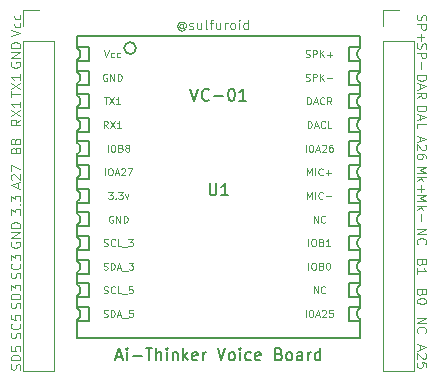
<source format=gbr>
%TF.GenerationSoftware,KiCad,Pcbnew,(5.1.12)-1*%
%TF.CreationDate,2022-06-22T11:17:58+02:00*%
%TF.ProjectId,ai-thinker-vc01,61692d74-6869-46e6-9b65-722d76633031,rev?*%
%TF.SameCoordinates,Original*%
%TF.FileFunction,Legend,Top*%
%TF.FilePolarity,Positive*%
%FSLAX46Y46*%
G04 Gerber Fmt 4.6, Leading zero omitted, Abs format (unit mm)*
G04 Created by KiCad (PCBNEW (5.1.12)-1) date 2022-06-22 11:17:58*
%MOMM*%
%LPD*%
G01*
G04 APERTURE LIST*
%ADD10C,0.100000*%
%ADD11C,0.150000*%
%ADD12C,0.120000*%
%ADD13C,0.200000*%
%ADD14C,0.050000*%
G04 APERTURE END LIST*
D10*
X151441190Y-75838190D02*
X151403095Y-75952476D01*
X151403095Y-76142952D01*
X151441190Y-76219142D01*
X151479285Y-76257238D01*
X151555476Y-76295333D01*
X151631666Y-76295333D01*
X151707857Y-76257238D01*
X151745952Y-76219142D01*
X151784047Y-76142952D01*
X151822142Y-75990571D01*
X151860238Y-75914380D01*
X151898333Y-75876285D01*
X151974523Y-75838190D01*
X152050714Y-75838190D01*
X152126904Y-75876285D01*
X152165000Y-75914380D01*
X152203095Y-75990571D01*
X152203095Y-76181047D01*
X152165000Y-76295333D01*
X151403095Y-76638190D02*
X152203095Y-76638190D01*
X152203095Y-76942952D01*
X152165000Y-77019142D01*
X152126904Y-77057238D01*
X152050714Y-77095333D01*
X151936428Y-77095333D01*
X151860238Y-77057238D01*
X151822142Y-77019142D01*
X151784047Y-76942952D01*
X151784047Y-76638190D01*
X151707857Y-77438190D02*
X151707857Y-78047714D01*
X151403095Y-77742952D02*
X152012619Y-77742952D01*
X151441190Y-78251190D02*
X151403095Y-78365476D01*
X151403095Y-78555952D01*
X151441190Y-78632142D01*
X151479285Y-78670238D01*
X151555476Y-78708333D01*
X151631666Y-78708333D01*
X151707857Y-78670238D01*
X151745952Y-78632142D01*
X151784047Y-78555952D01*
X151822142Y-78403571D01*
X151860238Y-78327380D01*
X151898333Y-78289285D01*
X151974523Y-78251190D01*
X152050714Y-78251190D01*
X152126904Y-78289285D01*
X152165000Y-78327380D01*
X152203095Y-78403571D01*
X152203095Y-78594047D01*
X152165000Y-78708333D01*
X151403095Y-79051190D02*
X152203095Y-79051190D01*
X152203095Y-79355952D01*
X152165000Y-79432142D01*
X152126904Y-79470238D01*
X152050714Y-79508333D01*
X151936428Y-79508333D01*
X151860238Y-79470238D01*
X151822142Y-79432142D01*
X151784047Y-79355952D01*
X151784047Y-79051190D01*
X151707857Y-79851190D02*
X151707857Y-80460714D01*
X151403095Y-80962619D02*
X152203095Y-80962619D01*
X152203095Y-81153095D01*
X152165000Y-81267380D01*
X152088809Y-81343571D01*
X152012619Y-81381666D01*
X151860238Y-81419761D01*
X151745952Y-81419761D01*
X151593571Y-81381666D01*
X151517380Y-81343571D01*
X151441190Y-81267380D01*
X151403095Y-81153095D01*
X151403095Y-80962619D01*
X151631666Y-81724523D02*
X151631666Y-82105476D01*
X151403095Y-81648333D02*
X152203095Y-81915000D01*
X151403095Y-82181666D01*
X151403095Y-82905476D02*
X151784047Y-82638809D01*
X151403095Y-82448333D02*
X152203095Y-82448333D01*
X152203095Y-82753095D01*
X152165000Y-82829285D01*
X152126904Y-82867380D01*
X152050714Y-82905476D01*
X151936428Y-82905476D01*
X151860238Y-82867380D01*
X151822142Y-82829285D01*
X151784047Y-82753095D01*
X151784047Y-82448333D01*
X151403095Y-83578809D02*
X152203095Y-83578809D01*
X152203095Y-83769285D01*
X152165000Y-83883571D01*
X152088809Y-83959761D01*
X152012619Y-83997857D01*
X151860238Y-84035952D01*
X151745952Y-84035952D01*
X151593571Y-83997857D01*
X151517380Y-83959761D01*
X151441190Y-83883571D01*
X151403095Y-83769285D01*
X151403095Y-83578809D01*
X151631666Y-84340714D02*
X151631666Y-84721666D01*
X151403095Y-84264523D02*
X152203095Y-84531190D01*
X151403095Y-84797857D01*
X151403095Y-85445476D02*
X151403095Y-85064523D01*
X152203095Y-85064523D01*
X151631666Y-86169619D02*
X151631666Y-86550571D01*
X151403095Y-86093428D02*
X152203095Y-86360095D01*
X151403095Y-86626761D01*
X152126904Y-86855333D02*
X152165000Y-86893428D01*
X152203095Y-86969619D01*
X152203095Y-87160095D01*
X152165000Y-87236285D01*
X152126904Y-87274380D01*
X152050714Y-87312476D01*
X151974523Y-87312476D01*
X151860238Y-87274380D01*
X151403095Y-86817238D01*
X151403095Y-87312476D01*
X152203095Y-87998190D02*
X152203095Y-87845809D01*
X152165000Y-87769619D01*
X152126904Y-87731523D01*
X152012619Y-87655333D01*
X151860238Y-87617238D01*
X151555476Y-87617238D01*
X151479285Y-87655333D01*
X151441190Y-87693428D01*
X151403095Y-87769619D01*
X151403095Y-87922000D01*
X151441190Y-87998190D01*
X151479285Y-88036285D01*
X151555476Y-88074380D01*
X151745952Y-88074380D01*
X151822142Y-88036285D01*
X151860238Y-87998190D01*
X151898333Y-87922000D01*
X151898333Y-87769619D01*
X151860238Y-87693428D01*
X151822142Y-87655333D01*
X151745952Y-87617238D01*
X151403095Y-88703285D02*
X152203095Y-88703285D01*
X151631666Y-88969952D01*
X152203095Y-89236619D01*
X151403095Y-89236619D01*
X151403095Y-89617571D02*
X152203095Y-89617571D01*
X151707857Y-89693761D02*
X151403095Y-89922333D01*
X151936428Y-89922333D02*
X151631666Y-89617571D01*
X151707857Y-90265190D02*
X151707857Y-90874714D01*
X151403095Y-90569952D02*
X152012619Y-90569952D01*
X151403095Y-91116285D02*
X152203095Y-91116285D01*
X151631666Y-91382952D01*
X152203095Y-91649619D01*
X151403095Y-91649619D01*
X151403095Y-92030571D02*
X152203095Y-92030571D01*
X151707857Y-92106761D02*
X151403095Y-92335333D01*
X151936428Y-92335333D02*
X151631666Y-92030571D01*
X151707857Y-92678190D02*
X151707857Y-93287714D01*
X151403095Y-93986428D02*
X152203095Y-93986428D01*
X151403095Y-94443571D01*
X152203095Y-94443571D01*
X151479285Y-95281666D02*
X151441190Y-95243571D01*
X151403095Y-95129285D01*
X151403095Y-95053095D01*
X151441190Y-94938809D01*
X151517380Y-94862619D01*
X151593571Y-94824523D01*
X151745952Y-94786428D01*
X151860238Y-94786428D01*
X152012619Y-94824523D01*
X152088809Y-94862619D01*
X152165000Y-94938809D01*
X152203095Y-95053095D01*
X152203095Y-95129285D01*
X152165000Y-95243571D01*
X152126904Y-95281666D01*
X151822142Y-96831190D02*
X151784047Y-96945476D01*
X151745952Y-96983571D01*
X151669761Y-97021666D01*
X151555476Y-97021666D01*
X151479285Y-96983571D01*
X151441190Y-96945476D01*
X151403095Y-96869285D01*
X151403095Y-96564523D01*
X152203095Y-96564523D01*
X152203095Y-96831190D01*
X152165000Y-96907380D01*
X152126904Y-96945476D01*
X152050714Y-96983571D01*
X151974523Y-96983571D01*
X151898333Y-96945476D01*
X151860238Y-96907380D01*
X151822142Y-96831190D01*
X151822142Y-96564523D01*
X151403095Y-97783571D02*
X151403095Y-97326428D01*
X151403095Y-97555000D02*
X152203095Y-97555000D01*
X152088809Y-97478809D01*
X152012619Y-97402619D01*
X151974523Y-97326428D01*
X151822142Y-99371190D02*
X151784047Y-99485476D01*
X151745952Y-99523571D01*
X151669761Y-99561666D01*
X151555476Y-99561666D01*
X151479285Y-99523571D01*
X151441190Y-99485476D01*
X151403095Y-99409285D01*
X151403095Y-99104523D01*
X152203095Y-99104523D01*
X152203095Y-99371190D01*
X152165000Y-99447380D01*
X152126904Y-99485476D01*
X152050714Y-99523571D01*
X151974523Y-99523571D01*
X151898333Y-99485476D01*
X151860238Y-99447380D01*
X151822142Y-99371190D01*
X151822142Y-99104523D01*
X152203095Y-100056904D02*
X152203095Y-100133095D01*
X152165000Y-100209285D01*
X152126904Y-100247380D01*
X152050714Y-100285476D01*
X151898333Y-100323571D01*
X151707857Y-100323571D01*
X151555476Y-100285476D01*
X151479285Y-100247380D01*
X151441190Y-100209285D01*
X151403095Y-100133095D01*
X151403095Y-100056904D01*
X151441190Y-99980714D01*
X151479285Y-99942619D01*
X151555476Y-99904523D01*
X151707857Y-99866428D01*
X151898333Y-99866428D01*
X152050714Y-99904523D01*
X152126904Y-99942619D01*
X152165000Y-99980714D01*
X152203095Y-100056904D01*
X151403095Y-101479428D02*
X152203095Y-101479428D01*
X151403095Y-101936571D01*
X152203095Y-101936571D01*
X151479285Y-102774666D02*
X151441190Y-102736571D01*
X151403095Y-102622285D01*
X151403095Y-102546095D01*
X151441190Y-102431809D01*
X151517380Y-102355619D01*
X151593571Y-102317523D01*
X151745952Y-102279428D01*
X151860238Y-102279428D01*
X152012619Y-102317523D01*
X152088809Y-102355619D01*
X152165000Y-102431809D01*
X152203095Y-102546095D01*
X152203095Y-102622285D01*
X152165000Y-102736571D01*
X152126904Y-102774666D01*
X151631666Y-103822619D02*
X151631666Y-104203571D01*
X151403095Y-103746428D02*
X152203095Y-104013095D01*
X151403095Y-104279761D01*
X152126904Y-104508333D02*
X152165000Y-104546428D01*
X152203095Y-104622619D01*
X152203095Y-104813095D01*
X152165000Y-104889285D01*
X152126904Y-104927380D01*
X152050714Y-104965476D01*
X151974523Y-104965476D01*
X151860238Y-104927380D01*
X151403095Y-104470238D01*
X151403095Y-104965476D01*
X152203095Y-105689285D02*
X152203095Y-105308333D01*
X151822142Y-105270238D01*
X151860238Y-105308333D01*
X151898333Y-105384523D01*
X151898333Y-105575000D01*
X151860238Y-105651190D01*
X151822142Y-105689285D01*
X151745952Y-105727380D01*
X151555476Y-105727380D01*
X151479285Y-105689285D01*
X151441190Y-105651190D01*
X151403095Y-105575000D01*
X151403095Y-105384523D01*
X151441190Y-105308333D01*
X151479285Y-105270238D01*
X117075000Y-95097523D02*
X117036904Y-95173714D01*
X117036904Y-95288000D01*
X117075000Y-95402285D01*
X117151190Y-95478476D01*
X117227380Y-95516571D01*
X117379761Y-95554666D01*
X117494047Y-95554666D01*
X117646428Y-95516571D01*
X117722619Y-95478476D01*
X117798809Y-95402285D01*
X117836904Y-95288000D01*
X117836904Y-95211809D01*
X117798809Y-95097523D01*
X117760714Y-95059428D01*
X117494047Y-95059428D01*
X117494047Y-95211809D01*
X117836904Y-94716571D02*
X117036904Y-94716571D01*
X117836904Y-94259428D01*
X117036904Y-94259428D01*
X117836904Y-93878476D02*
X117036904Y-93878476D01*
X117036904Y-93688000D01*
X117075000Y-93573714D01*
X117151190Y-93497523D01*
X117227380Y-93459428D01*
X117379761Y-93421333D01*
X117494047Y-93421333D01*
X117646428Y-93459428D01*
X117722619Y-93497523D01*
X117798809Y-93573714D01*
X117836904Y-93688000D01*
X117836904Y-93878476D01*
X117798809Y-105911523D02*
X117836904Y-105797238D01*
X117836904Y-105606761D01*
X117798809Y-105530571D01*
X117760714Y-105492476D01*
X117684523Y-105454380D01*
X117608333Y-105454380D01*
X117532142Y-105492476D01*
X117494047Y-105530571D01*
X117455952Y-105606761D01*
X117417857Y-105759142D01*
X117379761Y-105835333D01*
X117341666Y-105873428D01*
X117265476Y-105911523D01*
X117189285Y-105911523D01*
X117113095Y-105873428D01*
X117075000Y-105835333D01*
X117036904Y-105759142D01*
X117036904Y-105568666D01*
X117075000Y-105454380D01*
X117836904Y-105111523D02*
X117036904Y-105111523D01*
X117036904Y-104921047D01*
X117075000Y-104806761D01*
X117151190Y-104730571D01*
X117227380Y-104692476D01*
X117379761Y-104654380D01*
X117494047Y-104654380D01*
X117646428Y-104692476D01*
X117722619Y-104730571D01*
X117798809Y-104806761D01*
X117836904Y-104921047D01*
X117836904Y-105111523D01*
X117036904Y-103930571D02*
X117036904Y-104311523D01*
X117417857Y-104349619D01*
X117379761Y-104311523D01*
X117341666Y-104235333D01*
X117341666Y-104044857D01*
X117379761Y-103968666D01*
X117417857Y-103930571D01*
X117494047Y-103892476D01*
X117684523Y-103892476D01*
X117760714Y-103930571D01*
X117798809Y-103968666D01*
X117836904Y-104044857D01*
X117836904Y-104235333D01*
X117798809Y-104311523D01*
X117760714Y-104349619D01*
X117798809Y-103244523D02*
X117836904Y-103130238D01*
X117836904Y-102939761D01*
X117798809Y-102863571D01*
X117760714Y-102825476D01*
X117684523Y-102787380D01*
X117608333Y-102787380D01*
X117532142Y-102825476D01*
X117494047Y-102863571D01*
X117455952Y-102939761D01*
X117417857Y-103092142D01*
X117379761Y-103168333D01*
X117341666Y-103206428D01*
X117265476Y-103244523D01*
X117189285Y-103244523D01*
X117113095Y-103206428D01*
X117075000Y-103168333D01*
X117036904Y-103092142D01*
X117036904Y-102901666D01*
X117075000Y-102787380D01*
X117760714Y-101987380D02*
X117798809Y-102025476D01*
X117836904Y-102139761D01*
X117836904Y-102215952D01*
X117798809Y-102330238D01*
X117722619Y-102406428D01*
X117646428Y-102444523D01*
X117494047Y-102482619D01*
X117379761Y-102482619D01*
X117227380Y-102444523D01*
X117151190Y-102406428D01*
X117075000Y-102330238D01*
X117036904Y-102215952D01*
X117036904Y-102139761D01*
X117075000Y-102025476D01*
X117113095Y-101987380D01*
X117036904Y-101263571D02*
X117036904Y-101644523D01*
X117417857Y-101682619D01*
X117379761Y-101644523D01*
X117341666Y-101568333D01*
X117341666Y-101377857D01*
X117379761Y-101301666D01*
X117417857Y-101263571D01*
X117494047Y-101225476D01*
X117684523Y-101225476D01*
X117760714Y-101263571D01*
X117798809Y-101301666D01*
X117836904Y-101377857D01*
X117836904Y-101568333D01*
X117798809Y-101644523D01*
X117760714Y-101682619D01*
X117798809Y-100704523D02*
X117836904Y-100590238D01*
X117836904Y-100399761D01*
X117798809Y-100323571D01*
X117760714Y-100285476D01*
X117684523Y-100247380D01*
X117608333Y-100247380D01*
X117532142Y-100285476D01*
X117494047Y-100323571D01*
X117455952Y-100399761D01*
X117417857Y-100552142D01*
X117379761Y-100628333D01*
X117341666Y-100666428D01*
X117265476Y-100704523D01*
X117189285Y-100704523D01*
X117113095Y-100666428D01*
X117075000Y-100628333D01*
X117036904Y-100552142D01*
X117036904Y-100361666D01*
X117075000Y-100247380D01*
X117836904Y-99904523D02*
X117036904Y-99904523D01*
X117036904Y-99714047D01*
X117075000Y-99599761D01*
X117151190Y-99523571D01*
X117227380Y-99485476D01*
X117379761Y-99447380D01*
X117494047Y-99447380D01*
X117646428Y-99485476D01*
X117722619Y-99523571D01*
X117798809Y-99599761D01*
X117836904Y-99714047D01*
X117836904Y-99904523D01*
X117036904Y-99180714D02*
X117036904Y-98685476D01*
X117341666Y-98952142D01*
X117341666Y-98837857D01*
X117379761Y-98761666D01*
X117417857Y-98723571D01*
X117494047Y-98685476D01*
X117684523Y-98685476D01*
X117760714Y-98723571D01*
X117798809Y-98761666D01*
X117836904Y-98837857D01*
X117836904Y-99066428D01*
X117798809Y-99142619D01*
X117760714Y-99180714D01*
X117798809Y-98164523D02*
X117836904Y-98050238D01*
X117836904Y-97859761D01*
X117798809Y-97783571D01*
X117760714Y-97745476D01*
X117684523Y-97707380D01*
X117608333Y-97707380D01*
X117532142Y-97745476D01*
X117494047Y-97783571D01*
X117455952Y-97859761D01*
X117417857Y-98012142D01*
X117379761Y-98088333D01*
X117341666Y-98126428D01*
X117265476Y-98164523D01*
X117189285Y-98164523D01*
X117113095Y-98126428D01*
X117075000Y-98088333D01*
X117036904Y-98012142D01*
X117036904Y-97821666D01*
X117075000Y-97707380D01*
X117760714Y-96907380D02*
X117798809Y-96945476D01*
X117836904Y-97059761D01*
X117836904Y-97135952D01*
X117798809Y-97250238D01*
X117722619Y-97326428D01*
X117646428Y-97364523D01*
X117494047Y-97402619D01*
X117379761Y-97402619D01*
X117227380Y-97364523D01*
X117151190Y-97326428D01*
X117075000Y-97250238D01*
X117036904Y-97135952D01*
X117036904Y-97059761D01*
X117075000Y-96945476D01*
X117113095Y-96907380D01*
X117036904Y-96640714D02*
X117036904Y-96145476D01*
X117341666Y-96412142D01*
X117341666Y-96297857D01*
X117379761Y-96221666D01*
X117417857Y-96183571D01*
X117494047Y-96145476D01*
X117684523Y-96145476D01*
X117760714Y-96183571D01*
X117798809Y-96221666D01*
X117836904Y-96297857D01*
X117836904Y-96526428D01*
X117798809Y-96602619D01*
X117760714Y-96640714D01*
X117036904Y-92786095D02*
X117036904Y-92290857D01*
X117341666Y-92557523D01*
X117341666Y-92443238D01*
X117379761Y-92367047D01*
X117417857Y-92328952D01*
X117494047Y-92290857D01*
X117684523Y-92290857D01*
X117760714Y-92328952D01*
X117798809Y-92367047D01*
X117836904Y-92443238D01*
X117836904Y-92671809D01*
X117798809Y-92748000D01*
X117760714Y-92786095D01*
X117760714Y-91948000D02*
X117798809Y-91909904D01*
X117836904Y-91948000D01*
X117798809Y-91986095D01*
X117760714Y-91948000D01*
X117836904Y-91948000D01*
X117036904Y-91643238D02*
X117036904Y-91148000D01*
X117341666Y-91414666D01*
X117341666Y-91300380D01*
X117379761Y-91224190D01*
X117417857Y-91186095D01*
X117494047Y-91148000D01*
X117684523Y-91148000D01*
X117760714Y-91186095D01*
X117798809Y-91224190D01*
X117836904Y-91300380D01*
X117836904Y-91528952D01*
X117798809Y-91605142D01*
X117760714Y-91643238D01*
X117608333Y-90487380D02*
X117608333Y-90106428D01*
X117836904Y-90563571D02*
X117036904Y-90296904D01*
X117836904Y-90030238D01*
X117113095Y-89801666D02*
X117075000Y-89763571D01*
X117036904Y-89687380D01*
X117036904Y-89496904D01*
X117075000Y-89420714D01*
X117113095Y-89382619D01*
X117189285Y-89344523D01*
X117265476Y-89344523D01*
X117379761Y-89382619D01*
X117836904Y-89839761D01*
X117836904Y-89344523D01*
X117036904Y-89077857D02*
X117036904Y-88544523D01*
X117836904Y-88887380D01*
X117417857Y-87318809D02*
X117455952Y-87204523D01*
X117494047Y-87166428D01*
X117570238Y-87128333D01*
X117684523Y-87128333D01*
X117760714Y-87166428D01*
X117798809Y-87204523D01*
X117836904Y-87280714D01*
X117836904Y-87585476D01*
X117036904Y-87585476D01*
X117036904Y-87318809D01*
X117075000Y-87242619D01*
X117113095Y-87204523D01*
X117189285Y-87166428D01*
X117265476Y-87166428D01*
X117341666Y-87204523D01*
X117379761Y-87242619D01*
X117417857Y-87318809D01*
X117417857Y-87585476D01*
X117379761Y-86671190D02*
X117341666Y-86747380D01*
X117303571Y-86785476D01*
X117227380Y-86823571D01*
X117189285Y-86823571D01*
X117113095Y-86785476D01*
X117075000Y-86747380D01*
X117036904Y-86671190D01*
X117036904Y-86518809D01*
X117075000Y-86442619D01*
X117113095Y-86404523D01*
X117189285Y-86366428D01*
X117227380Y-86366428D01*
X117303571Y-86404523D01*
X117341666Y-86442619D01*
X117379761Y-86518809D01*
X117379761Y-86671190D01*
X117417857Y-86747380D01*
X117455952Y-86785476D01*
X117532142Y-86823571D01*
X117684523Y-86823571D01*
X117760714Y-86785476D01*
X117798809Y-86747380D01*
X117836904Y-86671190D01*
X117836904Y-86518809D01*
X117798809Y-86442619D01*
X117760714Y-86404523D01*
X117684523Y-86366428D01*
X117532142Y-86366428D01*
X117455952Y-86404523D01*
X117417857Y-86442619D01*
X117379761Y-86518809D01*
X117836904Y-84715285D02*
X117455952Y-84981952D01*
X117836904Y-85172428D02*
X117036904Y-85172428D01*
X117036904Y-84867666D01*
X117075000Y-84791476D01*
X117113095Y-84753380D01*
X117189285Y-84715285D01*
X117303571Y-84715285D01*
X117379761Y-84753380D01*
X117417857Y-84791476D01*
X117455952Y-84867666D01*
X117455952Y-85172428D01*
X117036904Y-84448619D02*
X117836904Y-83915285D01*
X117036904Y-83915285D02*
X117836904Y-84448619D01*
X117836904Y-83191476D02*
X117836904Y-83648619D01*
X117836904Y-83420047D02*
X117036904Y-83420047D01*
X117151190Y-83496238D01*
X117227380Y-83572428D01*
X117265476Y-83648619D01*
X117036904Y-82778476D02*
X117036904Y-82321333D01*
X117836904Y-82549904D02*
X117036904Y-82549904D01*
X117036904Y-82130857D02*
X117836904Y-81597523D01*
X117036904Y-81597523D02*
X117836904Y-82130857D01*
X117836904Y-80873714D02*
X117836904Y-81330857D01*
X117836904Y-81102285D02*
X117036904Y-81102285D01*
X117151190Y-81178476D01*
X117227380Y-81254666D01*
X117265476Y-81330857D01*
X117075000Y-79857523D02*
X117036904Y-79933714D01*
X117036904Y-80048000D01*
X117075000Y-80162285D01*
X117151190Y-80238476D01*
X117227380Y-80276571D01*
X117379761Y-80314666D01*
X117494047Y-80314666D01*
X117646428Y-80276571D01*
X117722619Y-80238476D01*
X117798809Y-80162285D01*
X117836904Y-80048000D01*
X117836904Y-79971809D01*
X117798809Y-79857523D01*
X117760714Y-79819428D01*
X117494047Y-79819428D01*
X117494047Y-79971809D01*
X117836904Y-79476571D02*
X117036904Y-79476571D01*
X117836904Y-79019428D01*
X117036904Y-79019428D01*
X117836904Y-78638476D02*
X117036904Y-78638476D01*
X117036904Y-78448000D01*
X117075000Y-78333714D01*
X117151190Y-78257523D01*
X117227380Y-78219428D01*
X117379761Y-78181333D01*
X117494047Y-78181333D01*
X117646428Y-78219428D01*
X117722619Y-78257523D01*
X117798809Y-78333714D01*
X117836904Y-78448000D01*
X117836904Y-78638476D01*
X117036904Y-77660380D02*
X117836904Y-77393714D01*
X117036904Y-77127047D01*
X117798809Y-76517523D02*
X117836904Y-76593714D01*
X117836904Y-76746095D01*
X117798809Y-76822285D01*
X117760714Y-76860380D01*
X117684523Y-76898476D01*
X117455952Y-76898476D01*
X117379761Y-76860380D01*
X117341666Y-76822285D01*
X117303571Y-76746095D01*
X117303571Y-76593714D01*
X117341666Y-76517523D01*
X117798809Y-75831809D02*
X117836904Y-75908000D01*
X117836904Y-76060380D01*
X117798809Y-76136571D01*
X117760714Y-76174666D01*
X117684523Y-76212761D01*
X117455952Y-76212761D01*
X117379761Y-76174666D01*
X117341666Y-76136571D01*
X117303571Y-76060380D01*
X117303571Y-75908000D01*
X117341666Y-75831809D01*
X131635809Y-76688952D02*
X131597714Y-76650857D01*
X131521523Y-76612761D01*
X131445333Y-76612761D01*
X131369142Y-76650857D01*
X131331047Y-76688952D01*
X131292952Y-76765142D01*
X131292952Y-76841333D01*
X131331047Y-76917523D01*
X131369142Y-76955619D01*
X131445333Y-76993714D01*
X131521523Y-76993714D01*
X131597714Y-76955619D01*
X131635809Y-76917523D01*
X131635809Y-76612761D02*
X131635809Y-76917523D01*
X131673904Y-76955619D01*
X131712000Y-76955619D01*
X131788190Y-76917523D01*
X131826285Y-76841333D01*
X131826285Y-76650857D01*
X131750095Y-76536571D01*
X131635809Y-76460380D01*
X131483428Y-76422285D01*
X131331047Y-76460380D01*
X131216761Y-76536571D01*
X131140571Y-76650857D01*
X131102476Y-76803238D01*
X131140571Y-76955619D01*
X131216761Y-77069904D01*
X131331047Y-77146095D01*
X131483428Y-77184190D01*
X131635809Y-77146095D01*
X131750095Y-77069904D01*
X132131047Y-77031809D02*
X132207238Y-77069904D01*
X132359619Y-77069904D01*
X132435809Y-77031809D01*
X132473904Y-76955619D01*
X132473904Y-76917523D01*
X132435809Y-76841333D01*
X132359619Y-76803238D01*
X132245333Y-76803238D01*
X132169142Y-76765142D01*
X132131047Y-76688952D01*
X132131047Y-76650857D01*
X132169142Y-76574666D01*
X132245333Y-76536571D01*
X132359619Y-76536571D01*
X132435809Y-76574666D01*
X133159619Y-76536571D02*
X133159619Y-77069904D01*
X132816761Y-76536571D02*
X132816761Y-76955619D01*
X132854857Y-77031809D01*
X132931047Y-77069904D01*
X133045333Y-77069904D01*
X133121523Y-77031809D01*
X133159619Y-76993714D01*
X133654857Y-77069904D02*
X133578666Y-77031809D01*
X133540571Y-76955619D01*
X133540571Y-76269904D01*
X133845333Y-76536571D02*
X134150095Y-76536571D01*
X133959619Y-77069904D02*
X133959619Y-76384190D01*
X133997714Y-76308000D01*
X134073904Y-76269904D01*
X134150095Y-76269904D01*
X134759619Y-76536571D02*
X134759619Y-77069904D01*
X134416761Y-76536571D02*
X134416761Y-76955619D01*
X134454857Y-77031809D01*
X134531047Y-77069904D01*
X134645333Y-77069904D01*
X134721523Y-77031809D01*
X134759619Y-76993714D01*
X135140571Y-77069904D02*
X135140571Y-76536571D01*
X135140571Y-76688952D02*
X135178666Y-76612761D01*
X135216761Y-76574666D01*
X135292952Y-76536571D01*
X135369142Y-76536571D01*
X135750095Y-77069904D02*
X135673904Y-77031809D01*
X135635809Y-76993714D01*
X135597714Y-76917523D01*
X135597714Y-76688952D01*
X135635809Y-76612761D01*
X135673904Y-76574666D01*
X135750095Y-76536571D01*
X135864380Y-76536571D01*
X135940571Y-76574666D01*
X135978666Y-76612761D01*
X136016761Y-76688952D01*
X136016761Y-76917523D01*
X135978666Y-76993714D01*
X135940571Y-77031809D01*
X135864380Y-77069904D01*
X135750095Y-77069904D01*
X136359619Y-77069904D02*
X136359619Y-76536571D01*
X136359619Y-76269904D02*
X136321523Y-76308000D01*
X136359619Y-76346095D01*
X136397714Y-76308000D01*
X136359619Y-76269904D01*
X136359619Y-76346095D01*
X137083428Y-77069904D02*
X137083428Y-76269904D01*
X137083428Y-77031809D02*
X137007238Y-77069904D01*
X136854857Y-77069904D01*
X136778666Y-77031809D01*
X136740571Y-76993714D01*
X136702476Y-76917523D01*
X136702476Y-76688952D01*
X136740571Y-76612761D01*
X136778666Y-76574666D01*
X136854857Y-76536571D01*
X137007238Y-76536571D01*
X137083428Y-76574666D01*
D11*
X125953333Y-104814666D02*
X126429523Y-104814666D01*
X125858095Y-105100380D02*
X126191428Y-104100380D01*
X126524761Y-105100380D01*
X126858095Y-105100380D02*
X126858095Y-104433714D01*
X126858095Y-104100380D02*
X126810476Y-104148000D01*
X126858095Y-104195619D01*
X126905714Y-104148000D01*
X126858095Y-104100380D01*
X126858095Y-104195619D01*
X127334285Y-104719428D02*
X128096190Y-104719428D01*
X128429523Y-104100380D02*
X129000952Y-104100380D01*
X128715238Y-105100380D02*
X128715238Y-104100380D01*
X129334285Y-105100380D02*
X129334285Y-104100380D01*
X129762857Y-105100380D02*
X129762857Y-104576571D01*
X129715238Y-104481333D01*
X129619999Y-104433714D01*
X129477142Y-104433714D01*
X129381904Y-104481333D01*
X129334285Y-104528952D01*
X130239047Y-105100380D02*
X130239047Y-104433714D01*
X130239047Y-104100380D02*
X130191428Y-104148000D01*
X130239047Y-104195619D01*
X130286666Y-104148000D01*
X130239047Y-104100380D01*
X130239047Y-104195619D01*
X130715238Y-104433714D02*
X130715238Y-105100380D01*
X130715238Y-104528952D02*
X130762857Y-104481333D01*
X130858095Y-104433714D01*
X131000952Y-104433714D01*
X131096190Y-104481333D01*
X131143809Y-104576571D01*
X131143809Y-105100380D01*
X131619999Y-105100380D02*
X131619999Y-104100380D01*
X131715238Y-104719428D02*
X132000952Y-105100380D01*
X132000952Y-104433714D02*
X131619999Y-104814666D01*
X132810476Y-105052761D02*
X132715238Y-105100380D01*
X132524761Y-105100380D01*
X132429523Y-105052761D01*
X132381904Y-104957523D01*
X132381904Y-104576571D01*
X132429523Y-104481333D01*
X132524761Y-104433714D01*
X132715238Y-104433714D01*
X132810476Y-104481333D01*
X132858095Y-104576571D01*
X132858095Y-104671809D01*
X132381904Y-104767047D01*
X133286666Y-105100380D02*
X133286666Y-104433714D01*
X133286666Y-104624190D02*
X133334285Y-104528952D01*
X133381904Y-104481333D01*
X133477142Y-104433714D01*
X133572380Y-104433714D01*
X134524761Y-104100380D02*
X134858095Y-105100380D01*
X135191428Y-104100380D01*
X135667619Y-105100380D02*
X135572380Y-105052761D01*
X135524761Y-105005142D01*
X135477142Y-104909904D01*
X135477142Y-104624190D01*
X135524761Y-104528952D01*
X135572380Y-104481333D01*
X135667619Y-104433714D01*
X135810476Y-104433714D01*
X135905714Y-104481333D01*
X135953333Y-104528952D01*
X136000952Y-104624190D01*
X136000952Y-104909904D01*
X135953333Y-105005142D01*
X135905714Y-105052761D01*
X135810476Y-105100380D01*
X135667619Y-105100380D01*
X136429523Y-105100380D02*
X136429523Y-104433714D01*
X136429523Y-104100380D02*
X136381904Y-104148000D01*
X136429523Y-104195619D01*
X136477142Y-104148000D01*
X136429523Y-104100380D01*
X136429523Y-104195619D01*
X137334285Y-105052761D02*
X137239047Y-105100380D01*
X137048571Y-105100380D01*
X136953333Y-105052761D01*
X136905714Y-105005142D01*
X136858095Y-104909904D01*
X136858095Y-104624190D01*
X136905714Y-104528952D01*
X136953333Y-104481333D01*
X137048571Y-104433714D01*
X137239047Y-104433714D01*
X137334285Y-104481333D01*
X138143809Y-105052761D02*
X138048571Y-105100380D01*
X137858095Y-105100380D01*
X137762857Y-105052761D01*
X137715238Y-104957523D01*
X137715238Y-104576571D01*
X137762857Y-104481333D01*
X137858095Y-104433714D01*
X138048571Y-104433714D01*
X138143809Y-104481333D01*
X138191428Y-104576571D01*
X138191428Y-104671809D01*
X137715238Y-104767047D01*
X139715238Y-104576571D02*
X139858095Y-104624190D01*
X139905714Y-104671809D01*
X139953333Y-104767047D01*
X139953333Y-104909904D01*
X139905714Y-105005142D01*
X139858095Y-105052761D01*
X139762857Y-105100380D01*
X139381904Y-105100380D01*
X139381904Y-104100380D01*
X139715238Y-104100380D01*
X139810476Y-104148000D01*
X139858095Y-104195619D01*
X139905714Y-104290857D01*
X139905714Y-104386095D01*
X139858095Y-104481333D01*
X139810476Y-104528952D01*
X139715238Y-104576571D01*
X139381904Y-104576571D01*
X140524761Y-105100380D02*
X140429523Y-105052761D01*
X140381904Y-105005142D01*
X140334285Y-104909904D01*
X140334285Y-104624190D01*
X140381904Y-104528952D01*
X140429523Y-104481333D01*
X140524761Y-104433714D01*
X140667619Y-104433714D01*
X140762857Y-104481333D01*
X140810476Y-104528952D01*
X140858095Y-104624190D01*
X140858095Y-104909904D01*
X140810476Y-105005142D01*
X140762857Y-105052761D01*
X140667619Y-105100380D01*
X140524761Y-105100380D01*
X141715238Y-105100380D02*
X141715238Y-104576571D01*
X141667619Y-104481333D01*
X141572380Y-104433714D01*
X141381904Y-104433714D01*
X141286666Y-104481333D01*
X141715238Y-105052761D02*
X141620000Y-105100380D01*
X141381904Y-105100380D01*
X141286666Y-105052761D01*
X141239047Y-104957523D01*
X141239047Y-104862285D01*
X141286666Y-104767047D01*
X141381904Y-104719428D01*
X141620000Y-104719428D01*
X141715238Y-104671809D01*
X142191428Y-105100380D02*
X142191428Y-104433714D01*
X142191428Y-104624190D02*
X142239047Y-104528952D01*
X142286666Y-104481333D01*
X142381904Y-104433714D01*
X142477142Y-104433714D01*
X143239047Y-105100380D02*
X143239047Y-104100380D01*
X143239047Y-105052761D02*
X143143809Y-105100380D01*
X142953333Y-105100380D01*
X142858095Y-105052761D01*
X142810476Y-105005142D01*
X142762857Y-104909904D01*
X142762857Y-104624190D01*
X142810476Y-104528952D01*
X142858095Y-104481333D01*
X142953333Y-104433714D01*
X143143809Y-104433714D01*
X143239047Y-104481333D01*
D12*
%TO.C,J2*%
X148530000Y-75425001D02*
X149860000Y-75425001D01*
X148530000Y-76755001D02*
X148530000Y-75425001D01*
X148530000Y-78025001D02*
X151190000Y-78025001D01*
X151190000Y-78025001D02*
X151190000Y-106025001D01*
X148530000Y-78025001D02*
X148530000Y-106025001D01*
X148530000Y-106025001D02*
X151190000Y-106025001D01*
%TO.C,J1*%
X118050000Y-106025001D02*
X120710000Y-106025001D01*
X118050000Y-78025001D02*
X118050000Y-106025001D01*
X120710000Y-78025001D02*
X120710000Y-106025001D01*
X118050000Y-78025001D02*
X120710000Y-78025001D01*
X118050000Y-76755001D02*
X118050000Y-75425001D01*
X118050000Y-75425001D02*
X119380000Y-75425001D01*
D13*
%TO.C,U1*%
X146620000Y-82670000D02*
X146620000Y-81667016D01*
X146620000Y-88670000D02*
X146620000Y-87667016D01*
X146620000Y-90669999D02*
X146620000Y-89667016D01*
X146620000Y-100669999D02*
X146620000Y-99667015D01*
X146620000Y-100573817D02*
X146620000Y-100669999D01*
X146620000Y-98669999D02*
X146620000Y-97667015D01*
X146620000Y-96669999D02*
X146620000Y-95667015D01*
X146620000Y-80670000D02*
X146620000Y-79667016D01*
X122620000Y-78670000D02*
X122620000Y-78573818D01*
X122620000Y-78573818D02*
X123623663Y-78573818D01*
X122620000Y-77675163D02*
X122620000Y-78670000D01*
X122620000Y-103175163D02*
X122620000Y-101667015D01*
X122620000Y-103175163D02*
X146620000Y-103175163D01*
X122620000Y-77675163D02*
X146620000Y-77675163D01*
X146620000Y-103175163D02*
X146620000Y-101667015D01*
X123623663Y-78573818D02*
X123623663Y-79771237D01*
X145616337Y-98573817D02*
X146620000Y-98573817D01*
X146620000Y-98573817D02*
X146620000Y-98669999D01*
X145616337Y-99771236D02*
X145616337Y-98573817D01*
X146620000Y-101667015D02*
X146620000Y-101771236D01*
X146620000Y-101771236D02*
X145616337Y-101771236D01*
X145616337Y-100573817D02*
X146620000Y-100573817D01*
X145616337Y-101771236D02*
X145616337Y-100573817D01*
X122620000Y-79771237D02*
X123623663Y-79771237D01*
X122620000Y-78573818D02*
X122620000Y-78670000D01*
X123623663Y-80573818D02*
X122620000Y-80573818D01*
X122620000Y-81771237D02*
X123623663Y-81771237D01*
X123623663Y-81771237D02*
X123623663Y-80573818D01*
X123623663Y-82573818D02*
X122620000Y-82573818D01*
X122620000Y-78573818D02*
X122620000Y-78670000D01*
X123623663Y-78573818D02*
X122620000Y-78573818D01*
X122620000Y-83771237D02*
X123623663Y-83771237D01*
X123623663Y-83771237D02*
X123623663Y-82573818D01*
X122620000Y-84573818D02*
X122620000Y-84670000D01*
X122620000Y-85771237D02*
X123623663Y-85771237D01*
X123623663Y-86573818D02*
X122620000Y-86573818D01*
X122620000Y-87667016D02*
X122620000Y-87771237D01*
X122620000Y-87771237D02*
X123623663Y-87771237D01*
X123623663Y-87771237D02*
X123623663Y-86573818D01*
X123623663Y-88573818D02*
X122620000Y-88573818D01*
X122620000Y-88573818D02*
X122620000Y-88670000D01*
X123623663Y-90573817D02*
X122620000Y-90573817D01*
X123623663Y-79771237D02*
X122620000Y-79771237D01*
X122620000Y-82573818D02*
X122620000Y-82670000D01*
X122620000Y-79771237D02*
X122620000Y-79667016D01*
X122620000Y-83667016D02*
X122620000Y-83771237D01*
X122620000Y-85667016D02*
X122620000Y-85771237D01*
X122620000Y-89771237D02*
X123623663Y-89771237D01*
X122620000Y-90573817D02*
X122620000Y-90669999D01*
X122620000Y-89667016D02*
X122620000Y-89771237D01*
X122620000Y-91667015D02*
X122620000Y-91771236D01*
X123623663Y-85771237D02*
X123623663Y-84573818D01*
X123623663Y-89771237D02*
X123623663Y-88573818D01*
X123623663Y-84573818D02*
X122620000Y-84573818D01*
X122620000Y-81667016D02*
X122620000Y-81771237D01*
X122620000Y-86573818D02*
X122620000Y-86670000D01*
X122620000Y-79667016D02*
X122620000Y-79771237D01*
X122620000Y-80573818D02*
X122620000Y-80670000D01*
X123623663Y-79771237D02*
X123623663Y-78573818D01*
X122620000Y-91771236D02*
X123623663Y-91771236D01*
X123623663Y-92573817D02*
X122620000Y-92573817D01*
X122620000Y-93667015D02*
X122620000Y-93771236D01*
X122620000Y-92573817D02*
X122620000Y-92669999D01*
X122620000Y-93771236D02*
X123623663Y-93771236D01*
X123623663Y-93771236D02*
X123623663Y-92573817D01*
X123623663Y-94573817D02*
X122620000Y-94573817D01*
X122620000Y-94573817D02*
X122620000Y-94669999D01*
X122620000Y-95771236D02*
X123623663Y-95771236D01*
X123623663Y-95771236D02*
X123623663Y-94573817D01*
X123623663Y-91771236D02*
X123623663Y-90573817D01*
X122620000Y-95667015D02*
X122620000Y-95771236D01*
X123623663Y-96573817D02*
X122620000Y-96573817D01*
X122620000Y-97667015D02*
X122620000Y-97771236D01*
X122620000Y-97771236D02*
X123623663Y-97771236D01*
X123623663Y-100573817D02*
X122620000Y-100573817D01*
X122620000Y-101667015D02*
X122620000Y-101771236D01*
X122620000Y-101771236D02*
X123623663Y-101771236D01*
X122620000Y-100573817D02*
X122620000Y-100669999D01*
X122620000Y-98573817D02*
X122620000Y-98669999D01*
X122620000Y-96573817D02*
X122620000Y-96669999D01*
X123623663Y-97771236D02*
X123623663Y-96573817D01*
X123623663Y-98573817D02*
X122620000Y-98573817D01*
X122620000Y-99667015D02*
X122620000Y-99771236D01*
X122620000Y-99771236D02*
X123623663Y-99771236D01*
X123623663Y-99771236D02*
X123623663Y-98573817D01*
X122620000Y-80670000D02*
X122620000Y-79667016D01*
X122620000Y-82670000D02*
X122620000Y-81667016D01*
X122620000Y-84670000D02*
X122620000Y-83667016D01*
X123623663Y-101771236D02*
X123623663Y-100573817D01*
X122620000Y-78670000D02*
X122620000Y-77675163D01*
X122620000Y-86670000D02*
X122620000Y-85667016D01*
X122620000Y-100669999D02*
X122620000Y-99667015D01*
X145616337Y-83771237D02*
X145616337Y-82573818D01*
X145616337Y-82573818D02*
X146620000Y-82573818D01*
X122620000Y-92669999D02*
X122620000Y-91667015D01*
X146620000Y-83667016D02*
X146620000Y-83771237D01*
X146620000Y-82573818D02*
X146620000Y-82670000D01*
X146620000Y-78573818D02*
X146620000Y-78670000D01*
X145616337Y-78573818D02*
X146620000Y-78573818D01*
X146620000Y-79771237D02*
X145616337Y-79771237D01*
X146620000Y-79667016D02*
X146620000Y-79771237D01*
X122620000Y-94669999D02*
X122620000Y-93667015D01*
X122620000Y-96669999D02*
X122620000Y-95667015D01*
X122620000Y-88670000D02*
X122620000Y-87667016D01*
X122620000Y-90669999D02*
X122620000Y-89667016D01*
X122620000Y-98669999D02*
X122620000Y-97667015D01*
X146620000Y-78670000D02*
X146620000Y-77675163D01*
X146620000Y-81667016D02*
X146620000Y-81771237D01*
X145616337Y-79771237D02*
X145616337Y-78573818D01*
X146620000Y-81771237D02*
X145616337Y-81771237D01*
X145616337Y-80573818D02*
X146620000Y-80573818D01*
X146620000Y-80573818D02*
X146620000Y-80670000D01*
X145616337Y-81771237D02*
X145616337Y-80573818D01*
X146620000Y-83771237D02*
X145616337Y-83771237D01*
X146620000Y-85667016D02*
X146620000Y-85771237D01*
X146620000Y-85771237D02*
X145616337Y-85771237D01*
X145616337Y-84573818D02*
X146620000Y-84573818D01*
X146620000Y-84573818D02*
X146620000Y-84670000D01*
X146620000Y-87667016D02*
X146620000Y-87771237D01*
X146620000Y-87771237D02*
X145616337Y-87771237D01*
X145616337Y-87771237D02*
X145616337Y-86573818D01*
X145616337Y-85771237D02*
X145616337Y-84573818D01*
X145616337Y-86573818D02*
X146620000Y-86573818D01*
X145616337Y-88573818D02*
X146620000Y-88573818D01*
X146620000Y-91667015D02*
X146620000Y-91771236D01*
X146620000Y-91771236D02*
X145616337Y-91771236D01*
X145616337Y-92573817D02*
X146620000Y-92573817D01*
X146620000Y-89667016D02*
X146620000Y-89771237D01*
X146620000Y-88573818D02*
X146620000Y-88670000D01*
X146620000Y-93667015D02*
X146620000Y-93771236D01*
X145616337Y-89771237D02*
X145616337Y-88573818D01*
X146620000Y-93771236D02*
X145616337Y-93771236D01*
X145616337Y-93771236D02*
X145616337Y-92573817D01*
X146620000Y-92573817D02*
X146620000Y-92669999D01*
X146620000Y-95771236D02*
X145616337Y-95771236D01*
X145616337Y-95771236D02*
X145616337Y-94573817D01*
X146620000Y-86573818D02*
X146620000Y-86670000D01*
X145616337Y-91771236D02*
X145616337Y-90573817D01*
X146620000Y-90573817D02*
X146620000Y-90669999D01*
X146620000Y-95667015D02*
X146620000Y-95771236D01*
X146620000Y-89771237D02*
X145616337Y-89771237D01*
X145616337Y-94573817D02*
X146620000Y-94573817D01*
X145616337Y-90573817D02*
X146620000Y-90573817D01*
X146620000Y-94573817D02*
X146620000Y-94669999D01*
X146620000Y-99667015D02*
X146620000Y-99771236D01*
X146620000Y-99771236D02*
X145616337Y-99771236D01*
X146620000Y-97667015D02*
X146620000Y-97771236D01*
X146620000Y-96573817D02*
X146620000Y-96669999D01*
X146620000Y-97771236D02*
X145616337Y-97771236D01*
X145616337Y-97771236D02*
X145616337Y-96573817D01*
X145616337Y-96573817D02*
X146620000Y-96573817D01*
D11*
X146620000Y-83771237D02*
X146620000Y-84573818D01*
X146620000Y-85771237D02*
X146620000Y-86573818D01*
X146620000Y-91771236D02*
X146620000Y-92573817D01*
X146620000Y-93771236D02*
X146620000Y-94573817D01*
X127620000Y-78670000D02*
G75*
G03*
X127620000Y-78670000I-500000J0D01*
G01*
D13*
X146620000Y-99667015D02*
G75*
G02*
X146620000Y-98669999I265497J498508D01*
G01*
X146620000Y-97667015D02*
G75*
G02*
X146620000Y-96669999I265497J498508D01*
G01*
X146620000Y-95667015D02*
G75*
G02*
X146620000Y-94669999I265497J498508D01*
G01*
X146620000Y-93667015D02*
G75*
G02*
X146620000Y-92669999I265497J498508D01*
G01*
X122620000Y-100669999D02*
G75*
G02*
X122620000Y-101667015I-265497J-498508D01*
G01*
X146620000Y-79667016D02*
G75*
G02*
X146620000Y-78670000I265497J498508D01*
G01*
X146620000Y-83667016D02*
G75*
G02*
X146620000Y-82670000I265497J498508D01*
G01*
X146620000Y-81667016D02*
G75*
G02*
X146620000Y-80670000I265497J498508D01*
G01*
X146620000Y-91667015D02*
G75*
G02*
X146620000Y-90669999I265497J498508D01*
G01*
X146620000Y-85667016D02*
G75*
G02*
X146620000Y-84670000I265497J498508D01*
G01*
X146620000Y-89667016D02*
G75*
G02*
X146620000Y-88670000I265497J498508D01*
G01*
X146620000Y-87667016D02*
G75*
G02*
X146620000Y-86670000I265497J498508D01*
G01*
X122620000Y-96669999D02*
G75*
G02*
X122620000Y-97667015I-265497J-498508D01*
G01*
X122620000Y-94669999D02*
G75*
G02*
X122620000Y-95667015I-265497J-498508D01*
G01*
X122620000Y-78670000D02*
G75*
G02*
X122620000Y-79667016I-265497J-498508D01*
G01*
X122620000Y-88670000D02*
G75*
G02*
X122620000Y-89667016I-265497J-498508D01*
G01*
X122620000Y-84670000D02*
G75*
G02*
X122620000Y-85667016I-265497J-498508D01*
G01*
X122620000Y-80670000D02*
G75*
G02*
X122620000Y-81667016I-265497J-498508D01*
G01*
X122620000Y-92669999D02*
G75*
G02*
X122620000Y-93667015I-265497J-498508D01*
G01*
X122620000Y-86670000D02*
G75*
G02*
X122620000Y-87667016I-265497J-498508D01*
G01*
X122620000Y-98669999D02*
G75*
G02*
X122620000Y-99667015I-265497J-498508D01*
G01*
X122620000Y-82670000D02*
G75*
G02*
X122620000Y-83667016I-265497J-498508D01*
G01*
X122620000Y-90669999D02*
G75*
G02*
X122620000Y-91667015I-265497J-498508D01*
G01*
X146620000Y-101667015D02*
G75*
G02*
X146620000Y-100669999I265497J498508D01*
G01*
D11*
X133858095Y-90122380D02*
X133858095Y-90931904D01*
X133905714Y-91027142D01*
X133953333Y-91074761D01*
X134048571Y-91122380D01*
X134239047Y-91122380D01*
X134334285Y-91074761D01*
X134381904Y-91027142D01*
X134429523Y-90931904D01*
X134429523Y-90122380D01*
X135429523Y-91122380D02*
X134858095Y-91122380D01*
X135143809Y-91122380D02*
X135143809Y-90122380D01*
X135048571Y-90265238D01*
X134953333Y-90360476D01*
X134858095Y-90408095D01*
X132215238Y-82122380D02*
X132548571Y-83122380D01*
X132881904Y-82122380D01*
X133786666Y-83027142D02*
X133739047Y-83074761D01*
X133596190Y-83122380D01*
X133500952Y-83122380D01*
X133358095Y-83074761D01*
X133262857Y-82979523D01*
X133215238Y-82884285D01*
X133167619Y-82693809D01*
X133167619Y-82550952D01*
X133215238Y-82360476D01*
X133262857Y-82265238D01*
X133358095Y-82170000D01*
X133500952Y-82122380D01*
X133596190Y-82122380D01*
X133739047Y-82170000D01*
X133786666Y-82217619D01*
X134215238Y-82741428D02*
X134977142Y-82741428D01*
X135643809Y-82122380D02*
X135739047Y-82122380D01*
X135834285Y-82170000D01*
X135881904Y-82217619D01*
X135929523Y-82312857D01*
X135977142Y-82503333D01*
X135977142Y-82741428D01*
X135929523Y-82931904D01*
X135881904Y-83027142D01*
X135834285Y-83074761D01*
X135739047Y-83122380D01*
X135643809Y-83122380D01*
X135548571Y-83074761D01*
X135500952Y-83027142D01*
X135453333Y-82931904D01*
X135405714Y-82741428D01*
X135405714Y-82503333D01*
X135453333Y-82312857D01*
X135500952Y-82217619D01*
X135548571Y-82170000D01*
X135643809Y-82122380D01*
X136929523Y-83122380D02*
X136358095Y-83122380D01*
X136643809Y-83122380D02*
X136643809Y-82122380D01*
X136548571Y-82265238D01*
X136453333Y-82360476D01*
X136358095Y-82408095D01*
D14*
X141977142Y-79412857D02*
X142062857Y-79441428D01*
X142205714Y-79441428D01*
X142262857Y-79412857D01*
X142291428Y-79384285D01*
X142320000Y-79327142D01*
X142320000Y-79270000D01*
X142291428Y-79212857D01*
X142262857Y-79184285D01*
X142205714Y-79155714D01*
X142091428Y-79127142D01*
X142034285Y-79098571D01*
X142005714Y-79070000D01*
X141977142Y-79012857D01*
X141977142Y-78955714D01*
X142005714Y-78898571D01*
X142034285Y-78870000D01*
X142091428Y-78841428D01*
X142234285Y-78841428D01*
X142320000Y-78870000D01*
X142577142Y-79441428D02*
X142577142Y-78841428D01*
X142805714Y-78841428D01*
X142862857Y-78870000D01*
X142891428Y-78898571D01*
X142920000Y-78955714D01*
X142920000Y-79041428D01*
X142891428Y-79098571D01*
X142862857Y-79127142D01*
X142805714Y-79155714D01*
X142577142Y-79155714D01*
X143177142Y-79441428D02*
X143177142Y-78841428D01*
X143520000Y-79441428D02*
X143262857Y-79098571D01*
X143520000Y-78841428D02*
X143177142Y-79184285D01*
X143777142Y-79212857D02*
X144234285Y-79212857D01*
X144005714Y-79441428D02*
X144005714Y-78984285D01*
X141977142Y-81412857D02*
X142062857Y-81441428D01*
X142205714Y-81441428D01*
X142262857Y-81412857D01*
X142291428Y-81384285D01*
X142320000Y-81327142D01*
X142320000Y-81270000D01*
X142291428Y-81212857D01*
X142262857Y-81184285D01*
X142205714Y-81155714D01*
X142091428Y-81127142D01*
X142034285Y-81098571D01*
X142005714Y-81070000D01*
X141977142Y-81012857D01*
X141977142Y-80955714D01*
X142005714Y-80898571D01*
X142034285Y-80870000D01*
X142091428Y-80841428D01*
X142234285Y-80841428D01*
X142320000Y-80870000D01*
X142577142Y-81441428D02*
X142577142Y-80841428D01*
X142805714Y-80841428D01*
X142862857Y-80870000D01*
X142891428Y-80898571D01*
X142920000Y-80955714D01*
X142920000Y-81041428D01*
X142891428Y-81098571D01*
X142862857Y-81127142D01*
X142805714Y-81155714D01*
X142577142Y-81155714D01*
X143177142Y-81441428D02*
X143177142Y-80841428D01*
X143520000Y-81441428D02*
X143262857Y-81098571D01*
X143520000Y-80841428D02*
X143177142Y-81184285D01*
X143777142Y-81212857D02*
X144234285Y-81212857D01*
X142105714Y-83441428D02*
X142105714Y-82841428D01*
X142248571Y-82841428D01*
X142334285Y-82870000D01*
X142391428Y-82927142D01*
X142420000Y-82984285D01*
X142448571Y-83098571D01*
X142448571Y-83184285D01*
X142420000Y-83298571D01*
X142391428Y-83355714D01*
X142334285Y-83412857D01*
X142248571Y-83441428D01*
X142105714Y-83441428D01*
X142677142Y-83270000D02*
X142962857Y-83270000D01*
X142620000Y-83441428D02*
X142820000Y-82841428D01*
X143020000Y-83441428D01*
X143562857Y-83384285D02*
X143534285Y-83412857D01*
X143448571Y-83441428D01*
X143391428Y-83441428D01*
X143305714Y-83412857D01*
X143248571Y-83355714D01*
X143220000Y-83298571D01*
X143191428Y-83184285D01*
X143191428Y-83098571D01*
X143220000Y-82984285D01*
X143248571Y-82927142D01*
X143305714Y-82870000D01*
X143391428Y-82841428D01*
X143448571Y-82841428D01*
X143534285Y-82870000D01*
X143562857Y-82898571D01*
X144162857Y-83441428D02*
X143962857Y-83155714D01*
X143820000Y-83441428D02*
X143820000Y-82841428D01*
X144048571Y-82841428D01*
X144105714Y-82870000D01*
X144134285Y-82898571D01*
X144162857Y-82955714D01*
X144162857Y-83041428D01*
X144134285Y-83098571D01*
X144105714Y-83127142D01*
X144048571Y-83155714D01*
X143820000Y-83155714D01*
X142162857Y-85441428D02*
X142162857Y-84841428D01*
X142305714Y-84841428D01*
X142391428Y-84870000D01*
X142448571Y-84927142D01*
X142477142Y-84984285D01*
X142505714Y-85098571D01*
X142505714Y-85184285D01*
X142477142Y-85298571D01*
X142448571Y-85355714D01*
X142391428Y-85412857D01*
X142305714Y-85441428D01*
X142162857Y-85441428D01*
X142734285Y-85270000D02*
X143020000Y-85270000D01*
X142677142Y-85441428D02*
X142877142Y-84841428D01*
X143077142Y-85441428D01*
X143620000Y-85384285D02*
X143591428Y-85412857D01*
X143505714Y-85441428D01*
X143448571Y-85441428D01*
X143362857Y-85412857D01*
X143305714Y-85355714D01*
X143277142Y-85298571D01*
X143248571Y-85184285D01*
X143248571Y-85098571D01*
X143277142Y-84984285D01*
X143305714Y-84927142D01*
X143362857Y-84870000D01*
X143448571Y-84841428D01*
X143505714Y-84841428D01*
X143591428Y-84870000D01*
X143620000Y-84898571D01*
X144162857Y-85441428D02*
X143877142Y-85441428D01*
X143877142Y-84841428D01*
X141977142Y-87441428D02*
X141977142Y-86841428D01*
X142377142Y-86841428D02*
X142491428Y-86841428D01*
X142548571Y-86870000D01*
X142605714Y-86927142D01*
X142634285Y-87041428D01*
X142634285Y-87241428D01*
X142605714Y-87355714D01*
X142548571Y-87412857D01*
X142491428Y-87441428D01*
X142377142Y-87441428D01*
X142320000Y-87412857D01*
X142262857Y-87355714D01*
X142234285Y-87241428D01*
X142234285Y-87041428D01*
X142262857Y-86927142D01*
X142320000Y-86870000D01*
X142377142Y-86841428D01*
X142862857Y-87270000D02*
X143148571Y-87270000D01*
X142805714Y-87441428D02*
X143005714Y-86841428D01*
X143205714Y-87441428D01*
X143377142Y-86898571D02*
X143405714Y-86870000D01*
X143462857Y-86841428D01*
X143605714Y-86841428D01*
X143662857Y-86870000D01*
X143691428Y-86898571D01*
X143720000Y-86955714D01*
X143720000Y-87012857D01*
X143691428Y-87098571D01*
X143348571Y-87441428D01*
X143720000Y-87441428D01*
X144234285Y-86841428D02*
X144120000Y-86841428D01*
X144062857Y-86870000D01*
X144034285Y-86898571D01*
X143977142Y-86984285D01*
X143948571Y-87098571D01*
X143948571Y-87327142D01*
X143977142Y-87384285D01*
X144005714Y-87412857D01*
X144062857Y-87441428D01*
X144177142Y-87441428D01*
X144234285Y-87412857D01*
X144262857Y-87384285D01*
X144291428Y-87327142D01*
X144291428Y-87184285D01*
X144262857Y-87127142D01*
X144234285Y-87098571D01*
X144177142Y-87070000D01*
X144062857Y-87070000D01*
X144005714Y-87098571D01*
X143977142Y-87127142D01*
X143948571Y-87184285D01*
X142105714Y-89441428D02*
X142105714Y-88841428D01*
X142305714Y-89270000D01*
X142505714Y-88841428D01*
X142505714Y-89441428D01*
X142791428Y-89441428D02*
X142791428Y-88841428D01*
X143420000Y-89384285D02*
X143391428Y-89412857D01*
X143305714Y-89441428D01*
X143248571Y-89441428D01*
X143162857Y-89412857D01*
X143105714Y-89355714D01*
X143077142Y-89298571D01*
X143048571Y-89184285D01*
X143048571Y-89098571D01*
X143077142Y-88984285D01*
X143105714Y-88927142D01*
X143162857Y-88870000D01*
X143248571Y-88841428D01*
X143305714Y-88841428D01*
X143391428Y-88870000D01*
X143420000Y-88898571D01*
X143677142Y-89212857D02*
X144134285Y-89212857D01*
X143905714Y-89441428D02*
X143905714Y-88984285D01*
X142105714Y-91441428D02*
X142105714Y-90841428D01*
X142305714Y-91270000D01*
X142505714Y-90841428D01*
X142505714Y-91441428D01*
X142791428Y-91441428D02*
X142791428Y-90841428D01*
X143420000Y-91384285D02*
X143391428Y-91412857D01*
X143305714Y-91441428D01*
X143248571Y-91441428D01*
X143162857Y-91412857D01*
X143105714Y-91355714D01*
X143077142Y-91298571D01*
X143048571Y-91184285D01*
X143048571Y-91098571D01*
X143077142Y-90984285D01*
X143105714Y-90927142D01*
X143162857Y-90870000D01*
X143248571Y-90841428D01*
X143305714Y-90841428D01*
X143391428Y-90870000D01*
X143420000Y-90898571D01*
X143677142Y-91212857D02*
X144134285Y-91212857D01*
X142648571Y-93441428D02*
X142648571Y-92841428D01*
X142991428Y-93441428D01*
X142991428Y-92841428D01*
X143620000Y-93384285D02*
X143591428Y-93412857D01*
X143505714Y-93441428D01*
X143448571Y-93441428D01*
X143362857Y-93412857D01*
X143305714Y-93355714D01*
X143277142Y-93298571D01*
X143248571Y-93184285D01*
X143248571Y-93098571D01*
X143277142Y-92984285D01*
X143305714Y-92927142D01*
X143362857Y-92870000D01*
X143448571Y-92841428D01*
X143505714Y-92841428D01*
X143591428Y-92870000D01*
X143620000Y-92898571D01*
X142220000Y-95441428D02*
X142220000Y-94841428D01*
X142620000Y-94841428D02*
X142734285Y-94841428D01*
X142791428Y-94870000D01*
X142848571Y-94927142D01*
X142877142Y-95041428D01*
X142877142Y-95241428D01*
X142848571Y-95355714D01*
X142791428Y-95412857D01*
X142734285Y-95441428D01*
X142620000Y-95441428D01*
X142562857Y-95412857D01*
X142505714Y-95355714D01*
X142477142Y-95241428D01*
X142477142Y-95041428D01*
X142505714Y-94927142D01*
X142562857Y-94870000D01*
X142620000Y-94841428D01*
X143334285Y-95127142D02*
X143420000Y-95155714D01*
X143448571Y-95184285D01*
X143477142Y-95241428D01*
X143477142Y-95327142D01*
X143448571Y-95384285D01*
X143420000Y-95412857D01*
X143362857Y-95441428D01*
X143134285Y-95441428D01*
X143134285Y-94841428D01*
X143334285Y-94841428D01*
X143391428Y-94870000D01*
X143420000Y-94898571D01*
X143448571Y-94955714D01*
X143448571Y-95012857D01*
X143420000Y-95070000D01*
X143391428Y-95098571D01*
X143334285Y-95127142D01*
X143134285Y-95127142D01*
X144048571Y-95441428D02*
X143705714Y-95441428D01*
X143877142Y-95441428D02*
X143877142Y-94841428D01*
X143820000Y-94927142D01*
X143762857Y-94984285D01*
X143705714Y-95012857D01*
X142220000Y-97441428D02*
X142220000Y-96841428D01*
X142620000Y-96841428D02*
X142734285Y-96841428D01*
X142791428Y-96870000D01*
X142848571Y-96927142D01*
X142877142Y-97041428D01*
X142877142Y-97241428D01*
X142848571Y-97355714D01*
X142791428Y-97412857D01*
X142734285Y-97441428D01*
X142620000Y-97441428D01*
X142562857Y-97412857D01*
X142505714Y-97355714D01*
X142477142Y-97241428D01*
X142477142Y-97041428D01*
X142505714Y-96927142D01*
X142562857Y-96870000D01*
X142620000Y-96841428D01*
X143334285Y-97127142D02*
X143420000Y-97155714D01*
X143448571Y-97184285D01*
X143477142Y-97241428D01*
X143477142Y-97327142D01*
X143448571Y-97384285D01*
X143420000Y-97412857D01*
X143362857Y-97441428D01*
X143134285Y-97441428D01*
X143134285Y-96841428D01*
X143334285Y-96841428D01*
X143391428Y-96870000D01*
X143420000Y-96898571D01*
X143448571Y-96955714D01*
X143448571Y-97012857D01*
X143420000Y-97070000D01*
X143391428Y-97098571D01*
X143334285Y-97127142D01*
X143134285Y-97127142D01*
X143848571Y-96841428D02*
X143905714Y-96841428D01*
X143962857Y-96870000D01*
X143991428Y-96898571D01*
X144020000Y-96955714D01*
X144048571Y-97070000D01*
X144048571Y-97212857D01*
X144020000Y-97327142D01*
X143991428Y-97384285D01*
X143962857Y-97412857D01*
X143905714Y-97441428D01*
X143848571Y-97441428D01*
X143791428Y-97412857D01*
X143762857Y-97384285D01*
X143734285Y-97327142D01*
X143705714Y-97212857D01*
X143705714Y-97070000D01*
X143734285Y-96955714D01*
X143762857Y-96898571D01*
X143791428Y-96870000D01*
X143848571Y-96841428D01*
X142648571Y-99441428D02*
X142648571Y-98841428D01*
X142991428Y-99441428D01*
X142991428Y-98841428D01*
X143620000Y-99384285D02*
X143591428Y-99412857D01*
X143505714Y-99441428D01*
X143448571Y-99441428D01*
X143362857Y-99412857D01*
X143305714Y-99355714D01*
X143277142Y-99298571D01*
X143248571Y-99184285D01*
X143248571Y-99098571D01*
X143277142Y-98984285D01*
X143305714Y-98927142D01*
X143362857Y-98870000D01*
X143448571Y-98841428D01*
X143505714Y-98841428D01*
X143591428Y-98870000D01*
X143620000Y-98898571D01*
X141977142Y-101441428D02*
X141977142Y-100841428D01*
X142377142Y-100841428D02*
X142491428Y-100841428D01*
X142548571Y-100870000D01*
X142605714Y-100927142D01*
X142634285Y-101041428D01*
X142634285Y-101241428D01*
X142605714Y-101355714D01*
X142548571Y-101412857D01*
X142491428Y-101441428D01*
X142377142Y-101441428D01*
X142320000Y-101412857D01*
X142262857Y-101355714D01*
X142234285Y-101241428D01*
X142234285Y-101041428D01*
X142262857Y-100927142D01*
X142320000Y-100870000D01*
X142377142Y-100841428D01*
X142862857Y-101270000D02*
X143148571Y-101270000D01*
X142805714Y-101441428D02*
X143005714Y-100841428D01*
X143205714Y-101441428D01*
X143377142Y-100898571D02*
X143405714Y-100870000D01*
X143462857Y-100841428D01*
X143605714Y-100841428D01*
X143662857Y-100870000D01*
X143691428Y-100898571D01*
X143720000Y-100955714D01*
X143720000Y-101012857D01*
X143691428Y-101098571D01*
X143348571Y-101441428D01*
X143720000Y-101441428D01*
X144262857Y-100841428D02*
X143977142Y-100841428D01*
X143948571Y-101127142D01*
X143977142Y-101098571D01*
X144034285Y-101070000D01*
X144177142Y-101070000D01*
X144234285Y-101098571D01*
X144262857Y-101127142D01*
X144291428Y-101184285D01*
X144291428Y-101327142D01*
X144262857Y-101384285D01*
X144234285Y-101412857D01*
X144177142Y-101441428D01*
X144034285Y-101441428D01*
X143977142Y-101412857D01*
X143948571Y-101384285D01*
X124877142Y-101412857D02*
X124962857Y-101441428D01*
X125105714Y-101441428D01*
X125162857Y-101412857D01*
X125191428Y-101384285D01*
X125220000Y-101327142D01*
X125220000Y-101270000D01*
X125191428Y-101212857D01*
X125162857Y-101184285D01*
X125105714Y-101155714D01*
X124991428Y-101127142D01*
X124934285Y-101098571D01*
X124905714Y-101070000D01*
X124877142Y-101012857D01*
X124877142Y-100955714D01*
X124905714Y-100898571D01*
X124934285Y-100870000D01*
X124991428Y-100841428D01*
X125134285Y-100841428D01*
X125220000Y-100870000D01*
X125477142Y-101441428D02*
X125477142Y-100841428D01*
X125620000Y-100841428D01*
X125705714Y-100870000D01*
X125762857Y-100927142D01*
X125791428Y-100984285D01*
X125820000Y-101098571D01*
X125820000Y-101184285D01*
X125791428Y-101298571D01*
X125762857Y-101355714D01*
X125705714Y-101412857D01*
X125620000Y-101441428D01*
X125477142Y-101441428D01*
X126048571Y-101270000D02*
X126334285Y-101270000D01*
X125991428Y-101441428D02*
X126191428Y-100841428D01*
X126391428Y-101441428D01*
X126448571Y-101498571D02*
X126905714Y-101498571D01*
X127334285Y-100841428D02*
X127048571Y-100841428D01*
X127020000Y-101127142D01*
X127048571Y-101098571D01*
X127105714Y-101070000D01*
X127248571Y-101070000D01*
X127305714Y-101098571D01*
X127334285Y-101127142D01*
X127362857Y-101184285D01*
X127362857Y-101327142D01*
X127334285Y-101384285D01*
X127305714Y-101412857D01*
X127248571Y-101441428D01*
X127105714Y-101441428D01*
X127048571Y-101412857D01*
X127020000Y-101384285D01*
X124891428Y-99412857D02*
X124977142Y-99441428D01*
X125120000Y-99441428D01*
X125177142Y-99412857D01*
X125205714Y-99384285D01*
X125234285Y-99327142D01*
X125234285Y-99270000D01*
X125205714Y-99212857D01*
X125177142Y-99184285D01*
X125120000Y-99155714D01*
X125005714Y-99127142D01*
X124948571Y-99098571D01*
X124920000Y-99070000D01*
X124891428Y-99012857D01*
X124891428Y-98955714D01*
X124920000Y-98898571D01*
X124948571Y-98870000D01*
X125005714Y-98841428D01*
X125148571Y-98841428D01*
X125234285Y-98870000D01*
X125834285Y-99384285D02*
X125805714Y-99412857D01*
X125720000Y-99441428D01*
X125662857Y-99441428D01*
X125577142Y-99412857D01*
X125520000Y-99355714D01*
X125491428Y-99298571D01*
X125462857Y-99184285D01*
X125462857Y-99098571D01*
X125491428Y-98984285D01*
X125520000Y-98927142D01*
X125577142Y-98870000D01*
X125662857Y-98841428D01*
X125720000Y-98841428D01*
X125805714Y-98870000D01*
X125834285Y-98898571D01*
X126377142Y-99441428D02*
X126091428Y-99441428D01*
X126091428Y-98841428D01*
X126434285Y-99498571D02*
X126891428Y-99498571D01*
X127320000Y-98841428D02*
X127034285Y-98841428D01*
X127005714Y-99127142D01*
X127034285Y-99098571D01*
X127091428Y-99070000D01*
X127234285Y-99070000D01*
X127291428Y-99098571D01*
X127320000Y-99127142D01*
X127348571Y-99184285D01*
X127348571Y-99327142D01*
X127320000Y-99384285D01*
X127291428Y-99412857D01*
X127234285Y-99441428D01*
X127091428Y-99441428D01*
X127034285Y-99412857D01*
X127005714Y-99384285D01*
X124877142Y-97412857D02*
X124962857Y-97441428D01*
X125105714Y-97441428D01*
X125162857Y-97412857D01*
X125191428Y-97384285D01*
X125220000Y-97327142D01*
X125220000Y-97270000D01*
X125191428Y-97212857D01*
X125162857Y-97184285D01*
X125105714Y-97155714D01*
X124991428Y-97127142D01*
X124934285Y-97098571D01*
X124905714Y-97070000D01*
X124877142Y-97012857D01*
X124877142Y-96955714D01*
X124905714Y-96898571D01*
X124934285Y-96870000D01*
X124991428Y-96841428D01*
X125134285Y-96841428D01*
X125220000Y-96870000D01*
X125477142Y-97441428D02*
X125477142Y-96841428D01*
X125620000Y-96841428D01*
X125705714Y-96870000D01*
X125762857Y-96927142D01*
X125791428Y-96984285D01*
X125820000Y-97098571D01*
X125820000Y-97184285D01*
X125791428Y-97298571D01*
X125762857Y-97355714D01*
X125705714Y-97412857D01*
X125620000Y-97441428D01*
X125477142Y-97441428D01*
X126048571Y-97270000D02*
X126334285Y-97270000D01*
X125991428Y-97441428D02*
X126191428Y-96841428D01*
X126391428Y-97441428D01*
X126448571Y-97498571D02*
X126905714Y-97498571D01*
X126991428Y-96841428D02*
X127362857Y-96841428D01*
X127162857Y-97070000D01*
X127248571Y-97070000D01*
X127305714Y-97098571D01*
X127334285Y-97127142D01*
X127362857Y-97184285D01*
X127362857Y-97327142D01*
X127334285Y-97384285D01*
X127305714Y-97412857D01*
X127248571Y-97441428D01*
X127077142Y-97441428D01*
X127020000Y-97412857D01*
X126991428Y-97384285D01*
X124891428Y-95412857D02*
X124977142Y-95441428D01*
X125120000Y-95441428D01*
X125177142Y-95412857D01*
X125205714Y-95384285D01*
X125234285Y-95327142D01*
X125234285Y-95270000D01*
X125205714Y-95212857D01*
X125177142Y-95184285D01*
X125120000Y-95155714D01*
X125005714Y-95127142D01*
X124948571Y-95098571D01*
X124920000Y-95070000D01*
X124891428Y-95012857D01*
X124891428Y-94955714D01*
X124920000Y-94898571D01*
X124948571Y-94870000D01*
X125005714Y-94841428D01*
X125148571Y-94841428D01*
X125234285Y-94870000D01*
X125834285Y-95384285D02*
X125805714Y-95412857D01*
X125720000Y-95441428D01*
X125662857Y-95441428D01*
X125577142Y-95412857D01*
X125520000Y-95355714D01*
X125491428Y-95298571D01*
X125462857Y-95184285D01*
X125462857Y-95098571D01*
X125491428Y-94984285D01*
X125520000Y-94927142D01*
X125577142Y-94870000D01*
X125662857Y-94841428D01*
X125720000Y-94841428D01*
X125805714Y-94870000D01*
X125834285Y-94898571D01*
X126377142Y-95441428D02*
X126091428Y-95441428D01*
X126091428Y-94841428D01*
X126434285Y-95498571D02*
X126891428Y-95498571D01*
X126977142Y-94841428D02*
X127348571Y-94841428D01*
X127148571Y-95070000D01*
X127234285Y-95070000D01*
X127291428Y-95098571D01*
X127320000Y-95127142D01*
X127348571Y-95184285D01*
X127348571Y-95327142D01*
X127320000Y-95384285D01*
X127291428Y-95412857D01*
X127234285Y-95441428D01*
X127062857Y-95441428D01*
X127005714Y-95412857D01*
X126977142Y-95384285D01*
X125662857Y-92870000D02*
X125605714Y-92841428D01*
X125520000Y-92841428D01*
X125434285Y-92870000D01*
X125377142Y-92927142D01*
X125348571Y-92984285D01*
X125320000Y-93098571D01*
X125320000Y-93184285D01*
X125348571Y-93298571D01*
X125377142Y-93355714D01*
X125434285Y-93412857D01*
X125520000Y-93441428D01*
X125577142Y-93441428D01*
X125662857Y-93412857D01*
X125691428Y-93384285D01*
X125691428Y-93184285D01*
X125577142Y-93184285D01*
X125948571Y-93441428D02*
X125948571Y-92841428D01*
X126291428Y-93441428D01*
X126291428Y-92841428D01*
X126577142Y-93441428D02*
X126577142Y-92841428D01*
X126720000Y-92841428D01*
X126805714Y-92870000D01*
X126862857Y-92927142D01*
X126891428Y-92984285D01*
X126920000Y-93098571D01*
X126920000Y-93184285D01*
X126891428Y-93298571D01*
X126862857Y-93355714D01*
X126805714Y-93412857D01*
X126720000Y-93441428D01*
X126577142Y-93441428D01*
X125262857Y-90841428D02*
X125634285Y-90841428D01*
X125434285Y-91070000D01*
X125520000Y-91070000D01*
X125577142Y-91098571D01*
X125605714Y-91127142D01*
X125634285Y-91184285D01*
X125634285Y-91327142D01*
X125605714Y-91384285D01*
X125577142Y-91412857D01*
X125520000Y-91441428D01*
X125348571Y-91441428D01*
X125291428Y-91412857D01*
X125262857Y-91384285D01*
X125891428Y-91384285D02*
X125920000Y-91412857D01*
X125891428Y-91441428D01*
X125862857Y-91412857D01*
X125891428Y-91384285D01*
X125891428Y-91441428D01*
X126120000Y-90841428D02*
X126491428Y-90841428D01*
X126291428Y-91070000D01*
X126377142Y-91070000D01*
X126434285Y-91098571D01*
X126462857Y-91127142D01*
X126491428Y-91184285D01*
X126491428Y-91327142D01*
X126462857Y-91384285D01*
X126434285Y-91412857D01*
X126377142Y-91441428D01*
X126205714Y-91441428D01*
X126148571Y-91412857D01*
X126120000Y-91384285D01*
X126691428Y-91041428D02*
X126834285Y-91441428D01*
X126977142Y-91041428D01*
X124977142Y-89441428D02*
X124977142Y-88841428D01*
X125377142Y-88841428D02*
X125491428Y-88841428D01*
X125548571Y-88870000D01*
X125605714Y-88927142D01*
X125634285Y-89041428D01*
X125634285Y-89241428D01*
X125605714Y-89355714D01*
X125548571Y-89412857D01*
X125491428Y-89441428D01*
X125377142Y-89441428D01*
X125320000Y-89412857D01*
X125262857Y-89355714D01*
X125234285Y-89241428D01*
X125234285Y-89041428D01*
X125262857Y-88927142D01*
X125320000Y-88870000D01*
X125377142Y-88841428D01*
X125862857Y-89270000D02*
X126148571Y-89270000D01*
X125805714Y-89441428D02*
X126005714Y-88841428D01*
X126205714Y-89441428D01*
X126377142Y-88898571D02*
X126405714Y-88870000D01*
X126462857Y-88841428D01*
X126605714Y-88841428D01*
X126662857Y-88870000D01*
X126691428Y-88898571D01*
X126720000Y-88955714D01*
X126720000Y-89012857D01*
X126691428Y-89098571D01*
X126348571Y-89441428D01*
X126720000Y-89441428D01*
X126920000Y-88841428D02*
X127320000Y-88841428D01*
X127062857Y-89441428D01*
X125220000Y-87441428D02*
X125220000Y-86841428D01*
X125620000Y-86841428D02*
X125734285Y-86841428D01*
X125791428Y-86870000D01*
X125848571Y-86927142D01*
X125877142Y-87041428D01*
X125877142Y-87241428D01*
X125848571Y-87355714D01*
X125791428Y-87412857D01*
X125734285Y-87441428D01*
X125620000Y-87441428D01*
X125562857Y-87412857D01*
X125505714Y-87355714D01*
X125477142Y-87241428D01*
X125477142Y-87041428D01*
X125505714Y-86927142D01*
X125562857Y-86870000D01*
X125620000Y-86841428D01*
X126334285Y-87127142D02*
X126420000Y-87155714D01*
X126448571Y-87184285D01*
X126477142Y-87241428D01*
X126477142Y-87327142D01*
X126448571Y-87384285D01*
X126420000Y-87412857D01*
X126362857Y-87441428D01*
X126134285Y-87441428D01*
X126134285Y-86841428D01*
X126334285Y-86841428D01*
X126391428Y-86870000D01*
X126420000Y-86898571D01*
X126448571Y-86955714D01*
X126448571Y-87012857D01*
X126420000Y-87070000D01*
X126391428Y-87098571D01*
X126334285Y-87127142D01*
X126134285Y-87127142D01*
X126820000Y-87098571D02*
X126762857Y-87070000D01*
X126734285Y-87041428D01*
X126705714Y-86984285D01*
X126705714Y-86955714D01*
X126734285Y-86898571D01*
X126762857Y-86870000D01*
X126820000Y-86841428D01*
X126934285Y-86841428D01*
X126991428Y-86870000D01*
X127020000Y-86898571D01*
X127048571Y-86955714D01*
X127048571Y-86984285D01*
X127020000Y-87041428D01*
X126991428Y-87070000D01*
X126934285Y-87098571D01*
X126820000Y-87098571D01*
X126762857Y-87127142D01*
X126734285Y-87155714D01*
X126705714Y-87212857D01*
X126705714Y-87327142D01*
X126734285Y-87384285D01*
X126762857Y-87412857D01*
X126820000Y-87441428D01*
X126934285Y-87441428D01*
X126991428Y-87412857D01*
X127020000Y-87384285D01*
X127048571Y-87327142D01*
X127048571Y-87212857D01*
X127020000Y-87155714D01*
X126991428Y-87127142D01*
X126934285Y-87098571D01*
X125234285Y-85441428D02*
X125034285Y-85155714D01*
X124891428Y-85441428D02*
X124891428Y-84841428D01*
X125120000Y-84841428D01*
X125177142Y-84870000D01*
X125205714Y-84898571D01*
X125234285Y-84955714D01*
X125234285Y-85041428D01*
X125205714Y-85098571D01*
X125177142Y-85127142D01*
X125120000Y-85155714D01*
X124891428Y-85155714D01*
X125434285Y-84841428D02*
X125834285Y-85441428D01*
X125834285Y-84841428D02*
X125434285Y-85441428D01*
X126377142Y-85441428D02*
X126034285Y-85441428D01*
X126205714Y-85441428D02*
X126205714Y-84841428D01*
X126148571Y-84927142D01*
X126091428Y-84984285D01*
X126034285Y-85012857D01*
X124877142Y-82841428D02*
X125220000Y-82841428D01*
X125048571Y-83441428D02*
X125048571Y-82841428D01*
X125362857Y-82841428D02*
X125762857Y-83441428D01*
X125762857Y-82841428D02*
X125362857Y-83441428D01*
X126305714Y-83441428D02*
X125962857Y-83441428D01*
X126134285Y-83441428D02*
X126134285Y-82841428D01*
X126077142Y-82927142D01*
X126020000Y-82984285D01*
X125962857Y-83012857D01*
X125162857Y-80870000D02*
X125105714Y-80841428D01*
X125020000Y-80841428D01*
X124934285Y-80870000D01*
X124877142Y-80927142D01*
X124848571Y-80984285D01*
X124820000Y-81098571D01*
X124820000Y-81184285D01*
X124848571Y-81298571D01*
X124877142Y-81355714D01*
X124934285Y-81412857D01*
X125020000Y-81441428D01*
X125077142Y-81441428D01*
X125162857Y-81412857D01*
X125191428Y-81384285D01*
X125191428Y-81184285D01*
X125077142Y-81184285D01*
X125448571Y-81441428D02*
X125448571Y-80841428D01*
X125791428Y-81441428D01*
X125791428Y-80841428D01*
X126077142Y-81441428D02*
X126077142Y-80841428D01*
X126220000Y-80841428D01*
X126305714Y-80870000D01*
X126362857Y-80927142D01*
X126391428Y-80984285D01*
X126420000Y-81098571D01*
X126420000Y-81184285D01*
X126391428Y-81298571D01*
X126362857Y-81355714D01*
X126305714Y-81412857D01*
X126220000Y-81441428D01*
X126077142Y-81441428D01*
X124905714Y-78841428D02*
X125105714Y-79441428D01*
X125305714Y-78841428D01*
X125762857Y-79412857D02*
X125705714Y-79441428D01*
X125591428Y-79441428D01*
X125534285Y-79412857D01*
X125505714Y-79384285D01*
X125477142Y-79327142D01*
X125477142Y-79155714D01*
X125505714Y-79098571D01*
X125534285Y-79070000D01*
X125591428Y-79041428D01*
X125705714Y-79041428D01*
X125762857Y-79070000D01*
X126277142Y-79412857D02*
X126220000Y-79441428D01*
X126105714Y-79441428D01*
X126048571Y-79412857D01*
X126020000Y-79384285D01*
X125991428Y-79327142D01*
X125991428Y-79155714D01*
X126020000Y-79098571D01*
X126048571Y-79070000D01*
X126105714Y-79041428D01*
X126220000Y-79041428D01*
X126277142Y-79070000D01*
%TD*%
M02*

</source>
